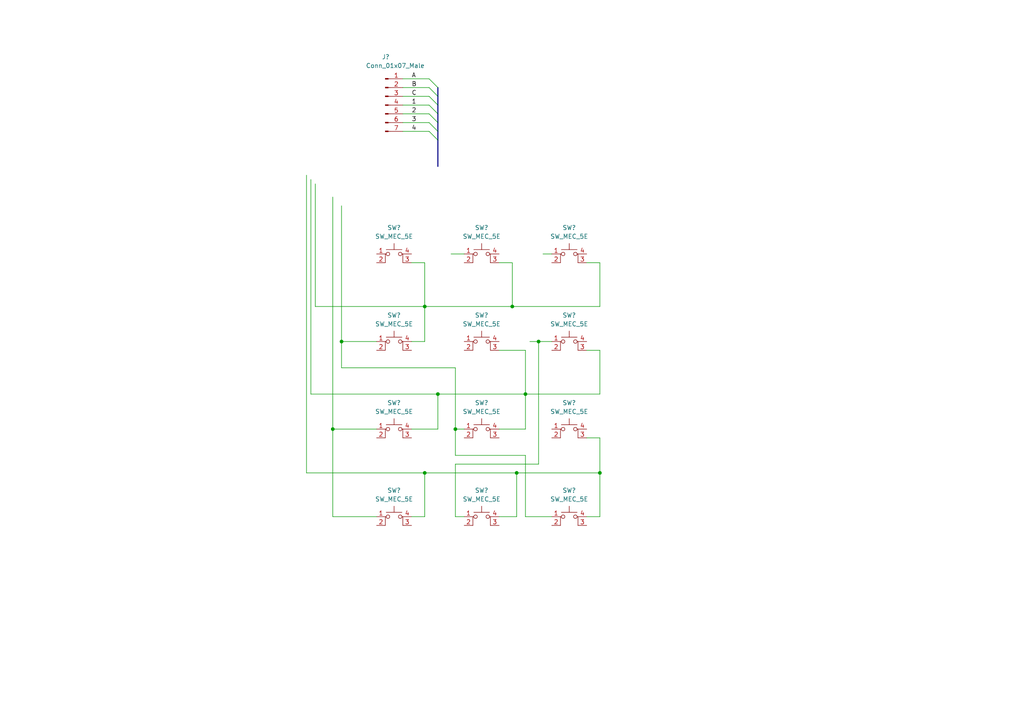
<source format=kicad_sch>
(kicad_sch (version 20211123) (generator eeschema)
  (paper "A4")
  (lib_symbols
    (symbol "Connector:Conn_01x07_Male" (pin_names (offset 1.016) hide)
      (property "Reference" "J" (at 0 10.16 0))
      (property "Value" "Conn_01x07_Male" (at 0 -10.16 0))
      (symbol "Conn_01x07_Male_1_1"
        (polyline (pts (xy 1.27 -7.62) (xy 0.8636 -7.62)) (stroke (width 0.1524)))
        (polyline (pts (xy 1.27 -5.08) (xy 0.8636 -5.08)) (stroke (width 0.1524)))
        (polyline (pts (xy 1.27 -2.54) (xy 0.8636 -2.54)) (stroke (width 0.1524)))
        (polyline (pts (xy 1.27 0) (xy 0.8636 0)) (stroke (width 0.1524)))
        (polyline (pts (xy 1.27 2.54) (xy 0.8636 2.54)) (stroke (width 0.1524)))
        (polyline (pts (xy 1.27 5.08) (xy 0.8636 5.08)) (stroke (width 0.1524)))
        (polyline (pts (xy 1.27 7.62) (xy 0.8636 7.62)) (stroke (width 0.1524)))
        (rectangle (start 0.8636 -7.493) (end 0 -7.747) (stroke (width 0.1524)) (fill (type outline)))
        (rectangle (start 0.8636 -4.953) (end 0 -5.207) (stroke (width 0.1524)) (fill (type outline)))
        (rectangle (start 0.8636 -2.413) (end 0 -2.667) (stroke (width 0.1524)) (fill (type outline)))
        (rectangle (start 0.8636 0.127) (end 0 -0.127) (stroke (width 0.1524)) (fill (type outline)))
        (rectangle (start 0.8636 2.667) (end 0 2.413) (stroke (width 0.1524)) (fill (type outline)))
        (rectangle (start 0.8636 5.207) (end 0 4.953) (stroke (width 0.1524)) (fill (type outline)))
        (rectangle (start 0.8636 7.747) (end 0 7.493) (stroke (width 0.1524)) (fill (type outline)))
        (pin passive line (at 5.08 7.62 180) (length 3.81) (name "Pin_1") (number "1"))
        (pin passive line (at 5.08 5.08 180) (length 3.81) (name "Pin_2") (number "2"))
        (pin passive line (at 5.08 2.54 180) (length 3.81) (name "Pin_3") (number "3"))
        (pin passive line (at 5.08 0 180) (length 3.81) (name "Pin_4") (number "4"))
        (pin passive line (at 5.08 -2.54 180) (length 3.81) (name "Pin_5") (number "5"))
        (pin passive line (at 5.08 -5.08 180) (length 3.81) (name "Pin_6") (number "6"))
        (pin passive line (at 5.08 -7.62 180) (length 3.81) (name "Pin_7") (number "7"))
      )
    )
    (symbol "Switch:SW_MEC_5E" (pin_names (offset 1.016) hide)
      (property "Reference" "SW" (at 0.635 5.715 0))
      (property "Value" "SW_MEC_5E" (at 0 -3.175 0))
      (symbol "SW_MEC_5E_0_1"
        (circle (center -1.778 2.54) (radius 0.508))
        (polyline (pts (xy -2.286 3.81) (xy 2.286 3.81)))
        (polyline (pts (xy 0 3.81) (xy 0 5.588)))
        (polyline (pts (xy -2.54 0) (xy -2.54 2.54) (xy -2.286 2.54)))
        (polyline (pts (xy 2.54 0) (xy 2.54 2.54) (xy 2.286 2.54)))
        (circle (center 1.778 2.54) (radius 0.508))
        (pin passive line (at -5.08 2.54 0) (length 2.54) (name "1") (number "1"))
        (pin passive line (at -5.08 0 0) (length 2.54) (name "2") (number "2"))
        (pin passive line (at 5.08 0 180) (length 2.54) (name "K") (number "3"))
        (pin passive line (at 5.08 2.54 180) (length 2.54) (name "A") (number "4"))
      )
    )
  )
  (junction (at 156.21 99.06))
  (junction (at 123.19 88.9))
  (junction (at 96.52 124.46))
  (junction (at 173.99 137.16))
  (junction (at 99.06 99.06))
  (junction (at 149.86 137.16))
  (junction (at 132.08 124.46))
  (junction (at 123.19 137.16))
  (junction (at 152.4 114.3))
  (junction (at 127 114.3))
  (junction (at 148.59 88.9))
  (bus_entry (at 124.46 22.86) (size 2.54 2.54))
  (bus_entry (at 124.46 27.94) (size 2.54 2.54))
  (bus_entry (at 124.46 33.02) (size 2.54 2.54))
  (bus_entry (at 124.46 25.4) (size 2.54 2.54))
  (bus_entry (at 124.46 35.56) (size 2.54 2.54))
  (bus_entry (at 124.46 38.1) (size 2.54 2.54))
  (bus_entry (at 124.46 30.48) (size 2.54 2.54))
  (wire (pts (xy 173.99 149.86) (xy 170.18 149.86)))
  (wire (pts (xy 123.19 149.86) (xy 123.19 137.16)))
  (bus (pts (xy 127 27.94) (xy 127 25.4)))
  (wire (pts (xy 119.38 124.46) (xy 127 124.46)))
  (wire (pts (xy 173.99 127) (xy 173.99 137.16)))
  (wire (pts (xy 132.08 149.86) (xy 132.08 134.62)))
  (wire (pts (xy 156.21 134.62) (xy 156.21 99.06)))
  (wire (pts (xy 96.52 124.46) (xy 96.52 57.15)))
  (wire (pts (xy 134.62 124.46) (xy 132.08 124.46)))
  (bus (pts (xy 127 38.1) (xy 127 35.56)))
  (wire (pts (xy 88.9 50.8) (xy 88.9 137.16)))
  (wire (pts (xy 119.38 99.06) (xy 123.19 99.06)))
  (wire (pts (xy 130.81 73.66) (xy 134.62 73.66)))
  (wire (pts (xy 152.4 101.6) (xy 152.4 114.3)))
  (wire (pts (xy 88.9 137.16) (xy 123.19 137.16)))
  (wire (pts (xy 116.84 33.02) (xy 124.46 33.02)))
  (bus (pts (xy 127 48.26) (xy 127 40.64)))
  (wire (pts (xy 149.86 137.16) (xy 173.99 137.16)))
  (wire (pts (xy 149.86 149.86) (xy 149.86 137.16)))
  (wire (pts (xy 116.84 27.94) (xy 124.46 27.94)))
  (wire (pts (xy 173.99 76.2) (xy 170.18 76.2)))
  (wire (pts (xy 144.78 101.6) (xy 152.4 101.6)))
  (bus (pts (xy 127 40.64) (xy 127 38.1)))
  (wire (pts (xy 96.52 149.86) (xy 96.52 124.46)))
  (wire (pts (xy 132.08 106.68) (xy 132.08 124.46)))
  (wire (pts (xy 132.08 124.46) (xy 132.08 132.08)))
  (wire (pts (xy 170.18 127) (xy 173.99 127)))
  (wire (pts (xy 152.4 132.08) (xy 132.08 132.08)))
  (wire (pts (xy 134.62 149.86) (xy 132.08 149.86)))
  (wire (pts (xy 127 124.46) (xy 127 114.3)))
  (wire (pts (xy 123.19 99.06) (xy 123.19 88.9)))
  (wire (pts (xy 116.84 35.56) (xy 124.46 35.56)))
  (wire (pts (xy 116.84 38.1) (xy 124.46 38.1)))
  (wire (pts (xy 148.59 88.9) (xy 123.19 88.9)))
  (bus (pts (xy 127 33.02) (xy 127 30.48)))
  (wire (pts (xy 99.06 106.68) (xy 99.06 99.06)))
  (wire (pts (xy 123.19 76.2) (xy 119.38 76.2)))
  (wire (pts (xy 144.78 76.2) (xy 148.59 76.2)))
  (wire (pts (xy 91.44 88.9) (xy 123.19 88.9)))
  (wire (pts (xy 144.78 149.86) (xy 149.86 149.86)))
  (wire (pts (xy 123.19 88.9) (xy 123.19 76.2)))
  (wire (pts (xy 99.06 59.69) (xy 99.06 99.06)))
  (wire (pts (xy 152.4 114.3) (xy 173.99 114.3)))
  (wire (pts (xy 148.59 76.2) (xy 148.59 88.9)))
  (wire (pts (xy 132.08 134.62) (xy 156.21 134.62)))
  (wire (pts (xy 90.17 52.07) (xy 90.17 114.3)))
  (wire (pts (xy 127 114.3) (xy 152.4 114.3)))
  (wire (pts (xy 157.48 73.66) (xy 160.02 73.66)))
  (wire (pts (xy 148.59 88.9) (xy 173.99 88.9)))
  (wire (pts (xy 156.21 99.06) (xy 153.67 99.06)))
  (wire (pts (xy 109.22 99.06) (xy 99.06 99.06)))
  (wire (pts (xy 116.84 30.48) (xy 124.46 30.48)))
  (wire (pts (xy 123.19 137.16) (xy 149.86 137.16)))
  (wire (pts (xy 91.44 53.34) (xy 91.44 88.9)))
  (wire (pts (xy 152.4 149.86) (xy 152.4 132.08)))
  (wire (pts (xy 160.02 99.06) (xy 156.21 99.06)))
  (wire (pts (xy 173.99 137.16) (xy 173.99 149.86)))
  (wire (pts (xy 160.02 149.86) (xy 152.4 149.86)))
  (wire (pts (xy 116.84 25.4) (xy 124.46 25.4)))
  (wire (pts (xy 170.18 101.6) (xy 173.99 101.6)))
  (wire (pts (xy 90.17 114.3) (xy 127 114.3)))
  (wire (pts (xy 173.99 88.9) (xy 173.99 76.2)))
  (wire (pts (xy 116.84 22.86) (xy 124.46 22.86)))
  (wire (pts (xy 96.52 149.86) (xy 109.22 149.86)))
  (wire (pts (xy 152.4 124.46) (xy 152.4 114.3)))
  (wire (pts (xy 132.08 106.68) (xy 99.06 106.68)))
  (bus (pts (xy 127 30.48) (xy 127 27.94)))
  (wire (pts (xy 144.78 124.46) (xy 152.4 124.46)))
  (wire (pts (xy 109.22 124.46) (xy 96.52 124.46)))
  (bus (pts (xy 127 35.56) (xy 127 33.02)))
  (wire (pts (xy 119.38 149.86) (xy 123.19 149.86)))
  (wire (pts (xy 173.99 101.6) (xy 173.99 114.3)))
  (label "4" (at 119.38 38.1 0))
  (label "1" (at 119.38 30.48 0))
  (label "C" (at 119.38 27.94 0))
  (label "A" (at 119.38 22.86 0))
  (label "2" (at 119.38 33.02 0))
  (label "B" (at 119.38 25.4 0))
  (label "3" (at 119.38 35.56 0))
  (symbol (lib_id "Switch:SW_MEC_5E") (at 139.7 152.4 0) (unit 1)
    (property "Reference" "SW?" (at 139.7 142.24 0))
    (property "Value" "SW_MEC_5E" (at 139.7 144.78 0))
    (property "Datasheet" "http://www.apem.com/int/index.php?controller=attachment&id_attachment=1371" (effects hide))
  )
  (symbol (lib_id "Switch:SW_MEC_5E") (at 139.7 127 0) (unit 1)
    (property "Reference" "SW?" (at 139.7 116.84 0))
    (property "Value" "SW_MEC_5E" (at 139.7 119.38 0))
    (property "Datasheet" "http://www.apem.com/int/index.php?controller=attachment&id_attachment=1371" (effects hide))
  )
  (symbol (lib_id "Connector:Conn_01x07_Male") (at 111.76 30.48 0) (unit 1)
    (property "Reference" "J?" (at 113.03 16.51 0) (effects (justify right)))
    (property "Value" "Conn_01x07_Male" (at 123.19 19.05 0) (effects (justify right)))
    (property "Footprint" "Connector_PinHeader_1.00mm:PinHeader_1x07_P1.00mm_Horizontal" (effects hide))
  )
  (symbol (lib_id "Switch:SW_MEC_5E") (at 114.3 152.4 0) (unit 1)
    (property "Reference" "SW?" (at 114.3 142.24 0))
    (property "Value" "SW_MEC_5E" (at 114.3 144.78 0))
    (property "Datasheet" "http://www.apem.com/int/index.php?controller=attachment&id_attachment=1371" (effects hide))
  )
  (symbol (lib_id "Switch:SW_MEC_5E") (at 139.7 76.2 0) (unit 1)
    (property "Reference" "SW?" (at 139.7 66.04 0))
    (property "Value" "SW_MEC_5E" (at 139.7 68.58 0))
    (property "Datasheet" "http://www.apem.com/int/index.php?controller=attachment&id_attachment=1371" (effects hide))
  )
  (symbol (lib_id "Switch:SW_MEC_5E") (at 114.3 127 0) (unit 1)
    (property "Reference" "SW?" (at 114.3 116.84 0))
    (property "Value" "SW_MEC_5E" (at 114.3 119.38 0))
    (property "Datasheet" "http://www.apem.com/int/index.php?controller=attachment&id_attachment=1371" (effects hide))
  )
  (symbol (lib_id "Switch:SW_MEC_5E") (at 165.1 76.2 0) (unit 1)
    (property "Reference" "SW?" (at 165.1 66.04 0))
    (property "Value" "SW_MEC_5E" (at 165.1 68.58 0))
    (property "Datasheet" "http://www.apem.com/int/index.php?controller=attachment&id_attachment=1371" (effects hide))
  )
  (symbol (lib_id "Switch:SW_MEC_5E") (at 114.3 76.2 0) (unit 1)
    (property "Reference" "SW?" (at 114.3 66.04 0))
    (property "Value" "SW_MEC_5E" (at 114.3 68.58 0))
    (property "Datasheet" "http://www.apem.com/int/index.php?controller=attachment&id_attachment=1371" (effects hide))
  )
  (symbol (lib_id "Switch:SW_MEC_5E") (at 165.1 152.4 0) (unit 1)
    (property "Reference" "SW?" (at 165.1 142.24 0))
    (property "Value" "SW_MEC_5E" (at 165.1 144.78 0))
    (property "Datasheet" "http://www.apem.com/int/index.php?controller=attachment&id_attachment=1371" (effects hide))
  )
  (symbol (lib_id "Switch:SW_MEC_5E") (at 165.1 127 0) (unit 1)
    (property "Reference" "SW?" (at 165.1 116.84 0))
    (property "Value" "SW_MEC_5E" (at 165.1 119.38 0))
    (property "Datasheet" "http://www.apem.com/int/index.php?controller=attachment&id_attachment=1371" (effects hide))
  )
  (symbol (lib_id "Switch:SW_MEC_5E") (at 114.3 101.6 0) (unit 1)
    (property "Reference" "SW?" (at 114.3 91.44 0))
    (property "Value" "SW_MEC_5E" (at 114.3 93.98 0))
    (property "Datasheet" "http://www.apem.com/int/index.php?controller=attachment&id_attachment=1371" (effects hide))
  )
  (symbol (lib_id "Switch:SW_MEC_5E") (at 165.1 101.6 0) (unit 1)
    (property "Reference" "SW?" (at 165.1 91.44 0))
    (property "Value" "SW_MEC_5E" (at 165.1 93.98 0))
    (property "Datasheet" "http://www.apem.com/int/index.php?controller=attachment&id_attachment=1371" (effects hide))
  )
  (symbol (lib_id "Switch:SW_MEC_5E") (at 139.7 101.6 0) (unit 1)
    (property "Reference" "SW?" (at 139.7 91.44 0))
    (property "Value" "SW_MEC_5E" (at 139.7 93.98 0))
    (property "Datasheet" "http://www.apem.com/int/index.php?controller=attachment&id_attachment=1371" (effects hide))
  )
)
</source>
